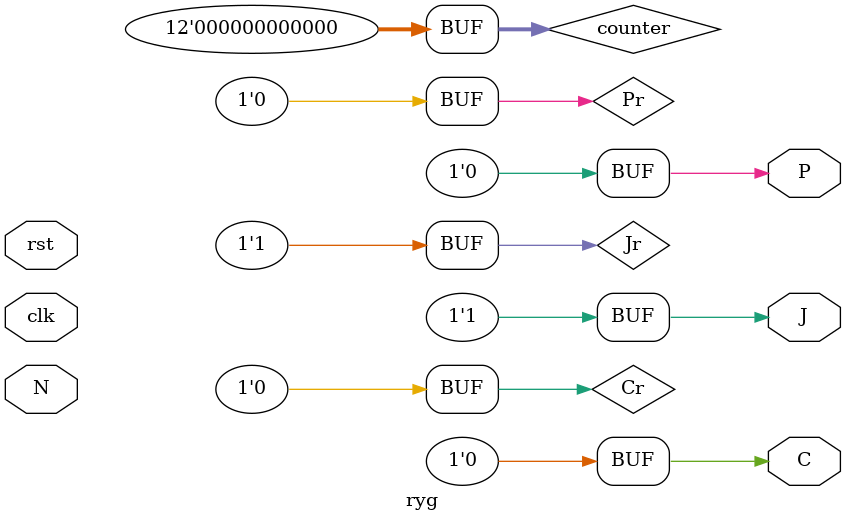
<source format=v>
`timescale 1ns/10ps

module ryg(
output J,
output P,
output C,
input clk,
input N,
input rst);

parameter SNT = 1000000000;
parameter L = 10;
parameter S = 3;
parameter DEBUG_CLK = 0;

reg Jr,Pr,Cr;
assign J=Jr;
assign P=Pr;
assign C=Cr;
//===============Variable declaration===================
//C,J,P Three traffic lights
//If the logic of the above three variables is high, the vehicle/pedestrian in that direction can pass, that is, it may be green or yellow.
//clk : Clock (cycle = 1 Sec)
//N : change current state
//    that is:
//    if J can pass, then let P pass
//    P->C;C->J;
//=====================================================

//=========Annotated annotation============
//fi : means end of if
//=========================================

//~

reg [11:0] counter;
always@(rst)
begin
counter=12'd0;
Jr=1;
Pr=0;
Cr=0;
end

always@(posedge clk)
begin//always
if (Jr)
begin//J

//debug into case
if(DEBUG_CLK) $display("debug.info=always@pos[clk]!J_is_high");
//end of debug

if(counter<(L+S-1))//Here can be changed %%% if need change time relationship
begin//if
counter=counter+12'd1;
end//fi
else
begin//time up
counter=12'd0;
Jr=~Jr;
Pr=~Pr;
end//time up

end//J
else if (Pr)
begin//P

//debug into case
if(DEBUG_CLK) $display("debug.info=always@pos[clk]!P_is_high");
//end of debug

if(counter<(L-S-1))//Here can be changed %%% if need change time relationship
begin//if
counter=counter+12'd1;
end//fi
else
begin//time up
counter=12'd0;
Cr=~Cr;
Pr=~Pr;
end//time up

end//P
else if (Cr)
begin//C

//debug into case
if(DEBUG_CLK) $display("debug.info=always@pos[clk]!C_is_high");
//end of debug

if(counter<(L+2*S-1))//Here can be changed %%% if need change time relationship
begin//if
counter=counter+12'd1;
end//fi
else
begin//time up
counter=12'd0;
Jr=~Jr;
Cr=~Cr;
end//time up

end//C
else
begin//default

//debug into case
if(DEBUG_CLK) $display("ERROR.info=always@pos[clk]!got into default");
//end of debug

end//fi
end//always
//~

endmodule

//github andythebreaker/vlsi

</source>
